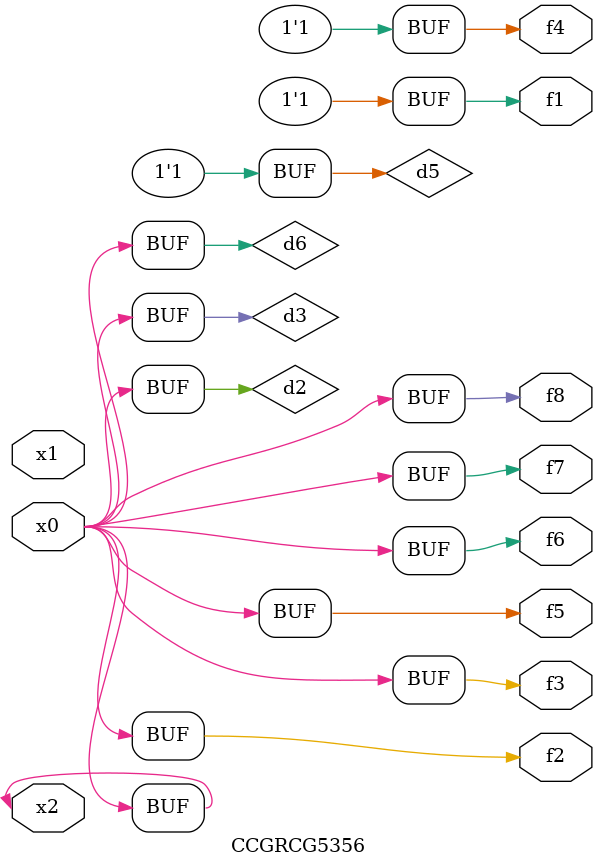
<source format=v>
module CCGRCG5356(
	input x0, x1, x2,
	output f1, f2, f3, f4, f5, f6, f7, f8
);

	wire d1, d2, d3, d4, d5, d6;

	xnor (d1, x2);
	buf (d2, x0, x2);
	and (d3, x0);
	xnor (d4, x1, x2);
	nand (d5, d1, d3);
	buf (d6, d2, d3);
	assign f1 = d5;
	assign f2 = d6;
	assign f3 = d6;
	assign f4 = d5;
	assign f5 = d6;
	assign f6 = d6;
	assign f7 = d6;
	assign f8 = d6;
endmodule

</source>
